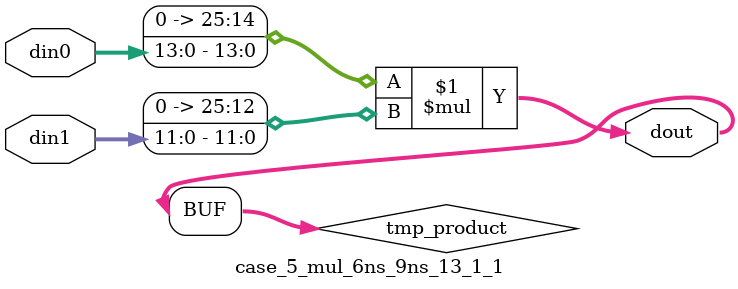
<source format=v>

`timescale 1 ns / 1 ps

 (* use_dsp = "no" *)  module case_5_mul_6ns_9ns_13_1_1(din0, din1, dout);
parameter ID = 1;
parameter NUM_STAGE = 0;
parameter din0_WIDTH = 14;
parameter din1_WIDTH = 12;
parameter dout_WIDTH = 26;

input [din0_WIDTH - 1 : 0] din0; 
input [din1_WIDTH - 1 : 0] din1; 
output [dout_WIDTH - 1 : 0] dout;

wire signed [dout_WIDTH - 1 : 0] tmp_product;
























assign tmp_product = $signed({1'b0, din0}) * $signed({1'b0, din1});











assign dout = tmp_product;





















endmodule

</source>
